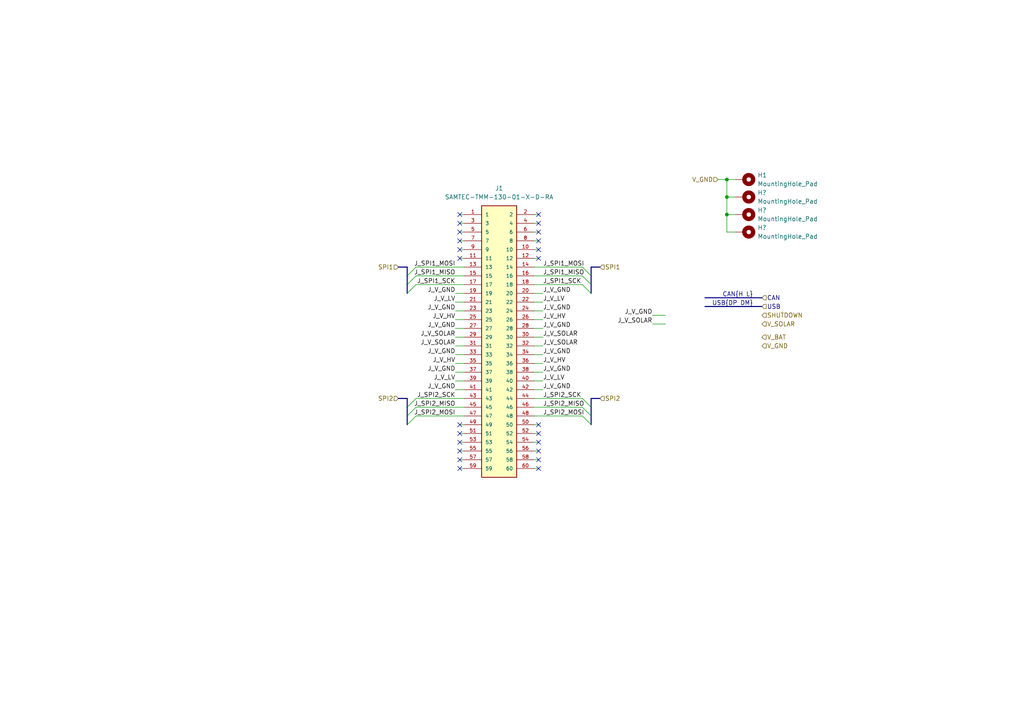
<source format=kicad_sch>
(kicad_sch (version 20231120) (generator "eeschema") (generator_version "8.0")
  (paper "A4")
  (lib_symbols
    (symbol "CUBESAT:TMM-130-01-X-D-RA" (pin_names (offset 1.016))
      (property "Reference" "J" (at -0.254 42.164 0))
      (property "Value" "SAMTEC-TMM-130-01-X-D-RA" (at -0.254 40.386 0))
      (symbol "TMM-130-01-X-D-RA_0_0"
        (rectangle (start -5.08 39.37) (end 5.08 -39.37) (stroke (width 0.254)) (fill (type background)))
        (pin passive line (at -10.16 36.83 0) (length 5.08) (name "1") (number "1"))
        (pin passive line (at 10.16 26.67 180) (length 5.08) (name "10") (number "10"))
        (pin passive line (at -10.16 24.13 0) (length 5.08) (name "11") (number "11"))
        (pin passive line (at 10.16 24.13 180) (length 5.08) (name "12") (number "12"))
        (pin passive line (at -10.16 21.59 0) (length 5.08) (name "13") (number "13"))
        (pin passive line (at 10.16 21.59 180) (length 5.08) (name "14") (number "14"))
        (pin passive line (at -10.16 19.05 0) (length 5.08) (name "15") (number "15"))
        (pin passive line (at 10.16 19.05 180) (length 5.08) (name "16") (number "16"))
        (pin passive line (at -10.16 16.51 0) (length 5.08) (name "17") (number "17"))
        (pin passive line (at 10.16 16.51 180) (length 5.08) (name "18") (number "18"))
        (pin passive line (at -10.16 13.97 0) (length 5.08) (name "19") (number "19"))
        (pin passive line (at 10.16 36.83 180) (length 5.08) (name "2") (number "2"))
        (pin passive line (at 10.16 13.97 180) (length 5.08) (name "20") (number "20"))
        (pin passive line (at -10.16 11.43 0) (length 5.08) (name "21") (number "21"))
        (pin passive line (at 10.16 11.43 180) (length 5.08) (name "22") (number "22"))
        (pin passive line (at -10.16 8.89 0) (length 5.08) (name "23") (number "23"))
        (pin passive line (at 10.16 8.89 180) (length 5.08) (name "24") (number "24"))
        (pin passive line (at -10.16 6.35 0) (length 5.08) (name "25") (number "25"))
        (pin passive line (at 10.16 6.35 180) (length 5.08) (name "26") (number "26"))
        (pin passive line (at -10.16 3.81 0) (length 5.08) (name "27") (number "27"))
        (pin passive line (at 10.16 3.81 180) (length 5.08) (name "28") (number "28"))
        (pin passive line (at -10.16 1.27 0) (length 5.08) (name "29") (number "29"))
        (pin passive line (at -10.16 34.29 0) (length 5.08) (name "3") (number "3"))
        (pin passive line (at 10.16 1.27 180) (length 5.08) (name "30") (number "30"))
        (pin passive line (at -10.16 -1.27 0) (length 5.08) (name "31") (number "31"))
        (pin passive line (at 10.16 -1.27 180) (length 5.08) (name "32") (number "32"))
        (pin passive line (at -10.16 -3.81 0) (length 5.08) (name "33") (number "33"))
        (pin passive line (at 10.16 -3.81 180) (length 5.08) (name "34") (number "34"))
        (pin passive line (at -10.16 -6.35 0) (length 5.08) (name "35") (number "35"))
        (pin passive line (at 10.16 -6.35 180) (length 5.08) (name "36") (number "36"))
        (pin passive line (at -10.16 -8.89 0) (length 5.08) (name "37") (number "37"))
        (pin passive line (at 10.16 -8.89 180) (length 5.08) (name "38") (number "38"))
        (pin passive line (at -10.16 -11.43 0) (length 5.08) (name "39") (number "39"))
        (pin passive line (at 10.16 34.29 180) (length 5.08) (name "4") (number "4"))
        (pin passive line (at 10.16 -11.43 180) (length 5.08) (name "40") (number "40"))
        (pin passive line (at -10.16 -13.97 0) (length 5.08) (name "41") (number "41"))
        (pin passive line (at 10.16 -13.97 180) (length 5.08) (name "42") (number "42"))
        (pin passive line (at -10.16 -16.51 0) (length 5.08) (name "43") (number "43"))
        (pin passive line (at 10.16 -16.51 180) (length 5.08) (name "44") (number "44"))
        (pin passive line (at -10.16 -19.05 0) (length 5.08) (name "45") (number "45"))
        (pin passive line (at 10.16 -19.05 180) (length 5.08) (name "46") (number "46"))
        (pin passive line (at -10.16 -21.59 0) (length 5.08) (name "47") (number "47"))
        (pin passive line (at 10.16 -21.59 180) (length 5.08) (name "48") (number "48"))
        (pin passive line (at -10.16 -24.13 0) (length 5.08) (name "49") (number "49"))
        (pin passive line (at -10.16 31.75 0) (length 5.08) (name "5") (number "5"))
        (pin passive line (at 10.16 -24.13 180) (length 5.08) (name "50") (number "50"))
        (pin passive line (at -10.16 -26.67 0) (length 5.08) (name "51") (number "51"))
        (pin passive line (at 10.16 -26.67 180) (length 5.08) (name "52") (number "52"))
        (pin passive line (at -10.16 -29.21 0) (length 5.08) (name "53") (number "53"))
        (pin passive line (at 10.16 -29.21 180) (length 5.08) (name "54") (number "54"))
        (pin passive line (at -10.16 -31.75 0) (length 5.08) (name "55") (number "55"))
        (pin passive line (at 10.16 -31.75 180) (length 5.08) (name "56") (number "56"))
        (pin passive line (at -10.16 -34.29 0) (length 5.08) (name "57") (number "57"))
        (pin passive line (at 10.16 -34.29 180) (length 5.08) (name "58") (number "58"))
        (pin passive line (at -10.16 -36.83 0) (length 5.08) (name "59") (number "59"))
        (pin passive line (at 10.16 31.75 180) (length 5.08) (name "6") (number "6"))
        (pin passive line (at 10.16 -36.83 180) (length 5.08) (name "60") (number "60"))
        (pin passive line (at -10.16 29.21 0) (length 5.08) (name "7") (number "7"))
        (pin passive line (at 10.16 29.21 180) (length 5.08) (name "8") (number "8"))
        (pin passive line (at -10.16 26.67 0) (length 5.08) (name "9") (number "9"))
      )
    )
    (symbol "Mechanical:MountingHole_Pad" (pin_numbers hide) (pin_names (offset 1.016) hide) (exclude_from_sim yes) (in_bom no)
      (property "Reference" "H" (at 0 6.35 0))
      (property "Value" "MountingHole_Pad" (at 0 4.445 0))
      (symbol "MountingHole_Pad_0_1"
        (circle (center 0 1.27) (radius 1.27) (stroke (width 1.27)))
      )
      (symbol "MountingHole_Pad_1_1"
        (pin input line (at 0 -2.54 90) (length 2.54) (name "1") (number "1"))
      )
    )
  )
  (junction (at 210.82 52.07))
  (junction (at 210.82 57.15))
  (junction (at 210.82 62.23))
  (no_connect (at 133.35 62.23))
  (no_connect (at 133.35 125.73))
  (no_connect (at 156.21 62.23))
  (no_connect (at 133.35 74.93))
  (no_connect (at 133.35 135.89))
  (no_connect (at 156.21 74.93))
  (no_connect (at 156.21 69.85))
  (no_connect (at 156.21 133.35))
  (no_connect (at 133.35 67.31))
  (no_connect (at 133.35 64.77))
  (no_connect (at 156.21 125.73))
  (no_connect (at 133.35 72.39))
  (no_connect (at 156.21 130.81))
  (no_connect (at 133.35 69.85))
  (no_connect (at 133.35 130.81))
  (no_connect (at 133.35 133.35))
  (no_connect (at 156.21 123.19))
  (no_connect (at 156.21 135.89))
  (no_connect (at 133.35 128.27))
  (no_connect (at 156.21 128.27))
  (no_connect (at 156.21 64.77))
  (no_connect (at 156.21 72.39))
  (no_connect (at 133.35 123.19))
  (no_connect (at 156.21 67.31))
  (bus_entry (at 120.65 82.55) (size -2.54 2.54))
  (bus_entry (at 120.65 80.01) (size -2.54 2.54))
  (bus_entry (at 168.91 77.47) (size 2.54 2.54))
  (bus_entry (at 120.65 77.47) (size -2.54 2.54))
  (bus_entry (at 168.91 80.01) (size 2.54 2.54))
  (bus_entry (at 168.91 115.57) (size 2.54 2.54))
  (bus_entry (at 120.65 115.57) (size -2.54 2.54))
  (bus_entry (at 120.65 120.65) (size -2.54 2.54))
  (bus_entry (at 120.65 118.11) (size -2.54 2.54))
  (bus_entry (at 168.91 120.65) (size 2.54 2.54))
  (bus_entry (at 168.91 118.11) (size 2.54 2.54))
  (bus_entry (at 168.91 82.55) (size 2.54 2.54))
  (wire (pts (xy 156.21 67.31) (xy 154.94 67.31)))
  (wire (pts (xy 132.08 100.33) (xy 134.62 100.33)))
  (wire (pts (xy 208.28 52.07) (xy 210.82 52.07)))
  (wire (pts (xy 156.21 133.35) (xy 154.94 133.35)))
  (wire (pts (xy 154.94 62.23) (xy 156.21 62.23)))
  (wire (pts (xy 133.35 123.19) (xy 134.62 123.19)))
  (wire (pts (xy 132.08 107.95) (xy 134.62 107.95)))
  (bus (pts (xy 171.45 77.47) (xy 173.99 77.47)))
  (wire (pts (xy 157.48 87.63) (xy 154.94 87.63)))
  (wire (pts (xy 134.62 120.65) (xy 120.65 120.65)))
  (wire (pts (xy 168.91 80.01) (xy 154.94 80.01)))
  (wire (pts (xy 133.35 62.23) (xy 134.62 62.23)))
  (bus (pts (xy 118.11 82.55) (xy 118.11 85.09)))
  (bus (pts (xy 171.45 118.11) (xy 171.45 120.65)))
  (wire (pts (xy 132.08 95.25) (xy 134.62 95.25)))
  (wire (pts (xy 132.08 97.79) (xy 134.62 97.79)))
  (wire (pts (xy 134.62 118.11) (xy 120.65 118.11)))
  (wire (pts (xy 157.48 90.17) (xy 154.94 90.17)))
  (wire (pts (xy 210.82 57.15) (xy 213.36 57.15)))
  (wire (pts (xy 157.48 110.49) (xy 154.94 110.49)))
  (wire (pts (xy 168.91 115.57) (xy 154.94 115.57)))
  (wire (pts (xy 154.94 64.77) (xy 156.21 64.77)))
  (wire (pts (xy 133.35 64.77) (xy 134.62 64.77)))
  (wire (pts (xy 156.21 130.81) (xy 154.94 130.81)))
  (wire (pts (xy 156.21 135.89) (xy 154.94 135.89)))
  (wire (pts (xy 132.08 110.49) (xy 134.62 110.49)))
  (wire (pts (xy 133.35 67.31) (xy 134.62 67.31)))
  (bus (pts (xy 118.11 77.47) (xy 115.57 77.47)))
  (wire (pts (xy 154.94 120.65) (xy 168.91 120.65)))
  (wire (pts (xy 156.21 125.73) (xy 154.94 125.73)))
  (bus (pts (xy 118.11 118.11) (xy 118.11 120.65)))
  (bus (pts (xy 204.47 88.9) (xy 220.98 88.9)))
  (bus (pts (xy 171.45 120.65) (xy 171.45 123.19)))
  (wire (pts (xy 132.08 102.87) (xy 134.62 102.87)))
  (wire (pts (xy 132.08 92.71) (xy 134.62 92.71)))
  (wire (pts (xy 157.48 85.09) (xy 154.94 85.09)))
  (wire (pts (xy 120.65 80.01) (xy 134.62 80.01)))
  (wire (pts (xy 157.48 107.95) (xy 154.94 107.95)))
  (wire (pts (xy 210.82 67.31) (xy 210.82 62.23)))
  (wire (pts (xy 168.91 77.47) (xy 154.94 77.47)))
  (bus (pts (xy 118.11 120.65) (xy 118.11 123.19)))
  (wire (pts (xy 133.35 72.39) (xy 134.62 72.39)))
  (wire (pts (xy 210.82 52.07) (xy 213.36 52.07)))
  (wire (pts (xy 156.21 72.39) (xy 154.94 72.39)))
  (wire (pts (xy 156.21 128.27) (xy 154.94 128.27)))
  (wire (pts (xy 132.08 87.63) (xy 134.62 87.63)))
  (wire (pts (xy 210.82 57.15) (xy 210.82 52.07)))
  (wire (pts (xy 132.08 90.17) (xy 134.62 90.17)))
  (wire (pts (xy 154.94 118.11) (xy 168.91 118.11)))
  (wire (pts (xy 157.48 102.87) (xy 154.94 102.87)))
  (wire (pts (xy 157.48 97.79) (xy 154.94 97.79)))
  (bus (pts (xy 171.45 82.55) (xy 171.45 85.09)))
  (wire (pts (xy 120.65 115.57) (xy 134.62 115.57)))
  (wire (pts (xy 157.48 100.33) (xy 154.94 100.33)))
  (wire (pts (xy 132.08 113.03) (xy 134.62 113.03)))
  (wire (pts (xy 133.35 135.89) (xy 134.62 135.89)))
  (wire (pts (xy 156.21 74.93) (xy 154.94 74.93)))
  (wire (pts (xy 132.08 85.09) (xy 134.62 85.09)))
  (wire (pts (xy 157.48 113.03) (xy 154.94 113.03)))
  (wire (pts (xy 156.21 69.85) (xy 154.94 69.85)))
  (wire (pts (xy 133.35 128.27) (xy 134.62 128.27)))
  (bus (pts (xy 171.45 80.01) (xy 171.45 82.55)))
  (bus (pts (xy 115.57 115.57) (xy 118.11 115.57)))
  (wire (pts (xy 213.36 67.31) (xy 210.82 67.31)))
  (wire (pts (xy 133.35 130.81) (xy 134.62 130.81)))
  (bus (pts (xy 171.45 115.57) (xy 173.99 115.57)))
  (wire (pts (xy 133.35 69.85) (xy 134.62 69.85)))
  (wire (pts (xy 168.91 82.55) (xy 154.94 82.55)))
  (bus (pts (xy 204.47 86.36) (xy 220.98 86.36)))
  (wire (pts (xy 134.62 82.55) (xy 120.65 82.55)))
  (bus (pts (xy 171.45 118.11) (xy 171.45 115.57)))
  (bus (pts (xy 171.45 80.01) (xy 171.45 77.47)))
  (bus (pts (xy 118.11 80.01) (xy 118.11 82.55)))
  (bus (pts (xy 118.11 77.47) (xy 118.11 80.01)))
  (wire (pts (xy 157.48 105.41) (xy 154.94 105.41)))
  (wire (pts (xy 133.35 125.73) (xy 134.62 125.73)))
  (wire (pts (xy 189.23 91.44) (xy 193.04 91.44)))
  (wire (pts (xy 156.21 123.19) (xy 154.94 123.19)))
  (wire (pts (xy 133.35 74.93) (xy 134.62 74.93)))
  (wire (pts (xy 157.48 92.71) (xy 154.94 92.71)))
  (wire (pts (xy 132.08 105.41) (xy 134.62 105.41)))
  (wire (pts (xy 120.65 77.47) (xy 134.62 77.47)))
  (wire (pts (xy 133.35 133.35) (xy 134.62 133.35)))
  (wire (pts (xy 189.23 93.98) (xy 193.04 93.98)))
  (wire (pts (xy 157.48 95.25) (xy 154.94 95.25)))
  (wire (pts (xy 210.82 62.23) (xy 213.36 62.23)))
  (bus (pts (xy 118.11 118.11) (xy 118.11 115.57)))
  (wire (pts (xy 210.82 62.23) (xy 210.82 57.15)))
  (label "J_SPI1_SCK" (at 132.08 82.55 180))
  (label "J_V_GND" (at 132.08 95.25 180))
  (label "J_V_HV" (at 157.48 92.71 0))
  (label "J_V_GND" (at 189.23 91.44 180))
  (label "J_SPI1_MOSI" (at 132.08 77.47 180))
  (label "J_V_SOLAR" (at 132.08 100.33 180))
  (label "J_SPI2_SCK" (at 132.08 115.57 180))
  (label "J_V_SOLAR" (at 157.48 100.33 0))
  (label "J_V_HV" (at 132.08 92.71 180))
  (label "J_V_GND" (at 132.08 90.17 180))
  (label "J_SPI1_MISO" (at 157.48 80.01 0))
  (label "J_SPI1_MISO" (at 132.08 80.01 180))
  (label "J_V_LV" (at 157.48 110.49 0))
  (label "J_V_GND" (at 157.48 85.09 0))
  (label "J_SPI2_MISO" (at 132.08 118.11 180))
  (label "J_V_GND" (at 132.08 113.03 180))
  (label "J_V_GND" (at 157.48 107.95 0))
  (label "J_SPI2_SCK" (at 157.48 115.57 0))
  (label "J_V_LV" (at 132.08 110.49 180))
  (label "J_SPI2_MOSI" (at 132.08 120.65 180))
  (label "J_V_GND" (at 132.08 102.87 180))
  (label "J_V_SOLAR" (at 189.23 93.98 180))
  (label "J_SPI1_MOSI" (at 157.48 77.47 0))
  (label "J_SPI2_MISO" (at 157.48 118.11 0))
  (label "J_V_GND" (at 157.48 102.87 0))
  (label "USB{DP DM}" (at 218.44 88.9 180))
  (label "J_V_HV" (at 132.08 105.41 180))
  (label "J_SPI1_SCK" (at 157.48 82.55 0))
  (label "J_V_SOLAR" (at 157.48 97.79 0))
  (label "J_SPI2_MOSI" (at 157.48 120.65 0))
  (label "J_V_LV" (at 132.08 87.63 180))
  (label "J_V_GND" (at 157.48 113.03 0))
  (label "J_V_GND" (at 157.48 90.17 0))
  (label "J_V_GND" (at 132.08 85.09 180))
  (label "J_V_SOLAR" (at 132.08 97.79 180))
  (label "CAN{H L}" (at 218.44 86.36 180))
  (label "J_V_LV" (at 157.48 87.63 0))
  (label "J_V_HV" (at 157.48 105.41 0))
  (label "J_V_GND" (at 132.08 107.95 180))
  (label "J_V_GND" (at 157.48 95.25 0))
  (hierarchical_label "V_SOLAR" (shape input) (at 220.98 93.98 0))
  (hierarchical_label "V_GND" (shape input) (at 220.98 100.33 0))
  (hierarchical_label "USB" (shape input) (at 220.98 88.9 0))
  (hierarchical_label "SPI2" (shape input) (at 173.99 115.57 0))
  (hierarchical_label "SPI1" (shape input) (at 115.57 77.47 180))
  (hierarchical_label "V_BAT" (shape input) (at 220.98 97.79 0))
  (hierarchical_label "CAN" (shape input) (at 220.98 86.36 0))
  (hierarchical_label "SHUTDOWN" (shape input) (at 220.98 91.44 0))
  (hierarchical_label "V_GND" (shape input) (at 208.28 52.07 180))
  (hierarchical_label "SPI2" (shape input) (at 115.57 115.57 180))
  (hierarchical_label "SPI1" (shape input) (at 173.99 77.47 0))
  (symbol (lib_id "Mechanical:MountingHole_Pad") (at 215.9 67.31 270) (unit 1) (exclude_from_sim yes) (in_bom no)
    (property "Reference" "H?" (at 219.71 66.0399 90) (effects (justify left)))
    (property "Value" "MountingHole_Pad" (at 219.71 68.5799 90) (effects (justify left)))
    (property "Description" "Mounting Hole with connection" (effects (hide yes)))
    (instances (project "control" (path "" (reference "H?") (unit 1))) (project "command" (path "" (reference "H4") (unit 1))))
  )
  (symbol (lib_id "Mechanical:MountingHole_Pad") (at 215.9 52.07 270) (unit 1) (exclude_from_sim yes) (in_bom no)
    (property "Reference" "H1" (at 219.71 50.7999 90) (effects (justify left)))
    (property "Value" "MountingHole_Pad" (at 219.71 53.3399 90) (effects (justify left)))
    (property "Description" "Mounting Hole with connection" (effects (hide yes)))
  )
  (symbol (lib_id "CUBESAT:TMM-130-01-X-D-RA") (at 144.78 99.06 0) (unit 1)
    (property "Reference" "J1" (at 144.78 54.61 0))
    (property "Value" "SAMTEC-TMM-130-01-X-D-RA" (at 144.78 57.15 0))
    (property "Datasheet" "https://suddendocs.samtec.com/catalog_english/tmm_th.pdf" (effects (hide yes)))
    (property "Description" "THROUGH-HOLE LOW PROFILE HEADER" (effects (hide yes)))
  )
  (symbol (lib_id "Mechanical:MountingHole_Pad") (at 215.9 57.15 270) (unit 1) (exclude_from_sim yes) (in_bom no)
    (property "Reference" "H?" (at 219.71 55.8799 90) (effects (justify left)))
    (property "Value" "MountingHole_Pad" (at 219.71 58.4199 90) (effects (justify left)))
    (property "Description" "Mounting Hole with connection" (effects (hide yes)))
    (instances (project "control" (path "" (reference "H?") (unit 1))) (project "command" (path "" (reference "H2") (unit 1))))
  )
  (symbol (lib_id "Mechanical:MountingHole_Pad") (at 215.9 62.23 270) (unit 1) (exclude_from_sim yes) (in_bom no)
    (property "Reference" "H?" (at 219.71 60.9599 90) (effects (justify left)))
    (property "Value" "MountingHole_Pad" (at 219.71 63.4999 90) (effects (justify left)))
    (property "Description" "Mounting Hole with connection" (effects (hide yes)))
    (instances (project "control" (path "" (reference "H?") (unit 1))) (project "command" (path "" (reference "H3") (unit 1))))
  )
)
</source>
